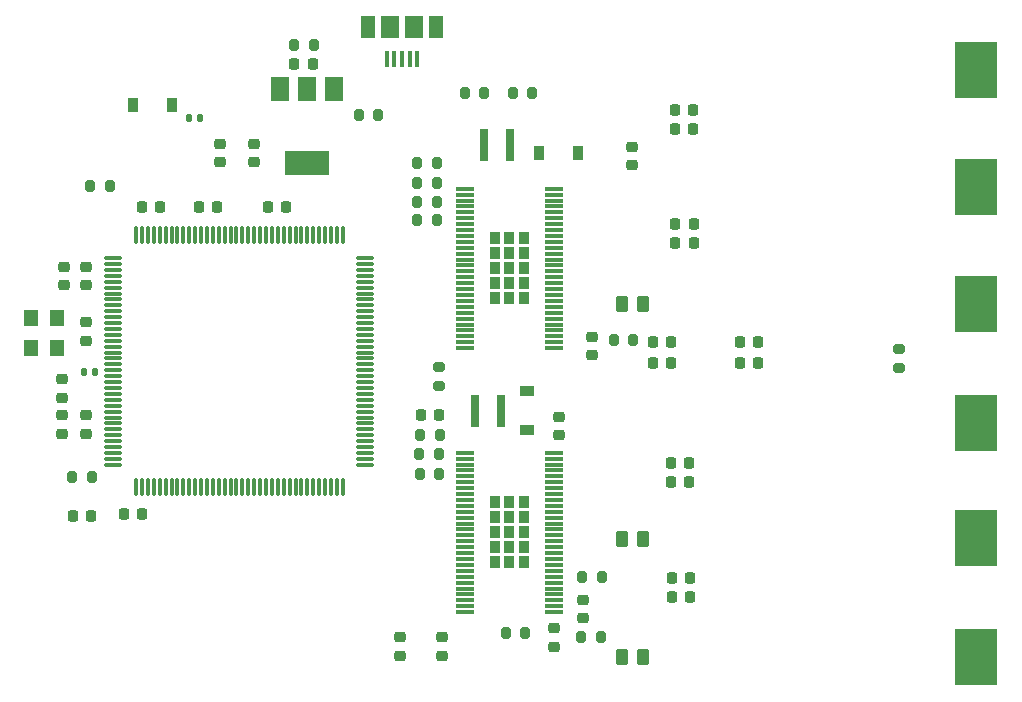
<source format=gbr>
%TF.GenerationSoftware,KiCad,Pcbnew,(6.0.10)*%
%TF.CreationDate,2023-01-28T14:49:12-05:00*%
%TF.ProjectId,electrium-esc,656c6563-7472-4697-956d-2d6573632e6b,rev?*%
%TF.SameCoordinates,Original*%
%TF.FileFunction,Paste,Top*%
%TF.FilePolarity,Positive*%
%FSLAX46Y46*%
G04 Gerber Fmt 4.6, Leading zero omitted, Abs format (unit mm)*
G04 Created by KiCad (PCBNEW (6.0.10)) date 2023-01-28 14:49:12*
%MOMM*%
%LPD*%
G01*
G04 APERTURE LIST*
G04 Aperture macros list*
%AMRoundRect*
0 Rectangle with rounded corners*
0 $1 Rounding radius*
0 $2 $3 $4 $5 $6 $7 $8 $9 X,Y pos of 4 corners*
0 Add a 4 corners polygon primitive as box body*
4,1,4,$2,$3,$4,$5,$6,$7,$8,$9,$2,$3,0*
0 Add four circle primitives for the rounded corners*
1,1,$1+$1,$2,$3*
1,1,$1+$1,$4,$5*
1,1,$1+$1,$6,$7*
1,1,$1+$1,$8,$9*
0 Add four rect primitives between the rounded corners*
20,1,$1+$1,$2,$3,$4,$5,0*
20,1,$1+$1,$4,$5,$6,$7,0*
20,1,$1+$1,$6,$7,$8,$9,0*
20,1,$1+$1,$8,$9,$2,$3,0*%
G04 Aperture macros list end*
%ADD10R,3.600000X4.800000*%
%ADD11RoundRect,0.147500X-0.147500X-0.172500X0.147500X-0.172500X0.147500X0.172500X-0.147500X0.172500X0*%
%ADD12RoundRect,0.147500X0.147500X0.172500X-0.147500X0.172500X-0.147500X-0.172500X0.147500X-0.172500X0*%
%ADD13RoundRect,0.225000X0.250000X-0.225000X0.250000X0.225000X-0.250000X0.225000X-0.250000X-0.225000X0*%
%ADD14RoundRect,0.225000X0.225000X0.250000X-0.225000X0.250000X-0.225000X-0.250000X0.225000X-0.250000X0*%
%ADD15RoundRect,0.225000X-0.225000X-0.250000X0.225000X-0.250000X0.225000X0.250000X-0.225000X0.250000X0*%
%ADD16RoundRect,0.200000X-0.200000X-0.275000X0.200000X-0.275000X0.200000X0.275000X-0.200000X0.275000X0*%
%ADD17RoundRect,0.225000X-0.250000X0.225000X-0.250000X-0.225000X0.250000X-0.225000X0.250000X0.225000X0*%
%ADD18R,1.200000X0.900000*%
%ADD19R,1.200000X1.400000*%
%ADD20RoundRect,0.200000X0.200000X0.275000X-0.200000X0.275000X-0.200000X-0.275000X0.200000X-0.275000X0*%
%ADD21RoundRect,0.250000X0.262500X0.450000X-0.262500X0.450000X-0.262500X-0.450000X0.262500X-0.450000X0*%
%ADD22RoundRect,0.200000X-0.275000X0.200000X-0.275000X-0.200000X0.275000X-0.200000X0.275000X0.200000X0*%
%ADD23R,0.900000X1.200000*%
%ADD24R,0.960000X1.030000*%
%ADD25R,1.550000X0.300000*%
%ADD26RoundRect,0.200000X0.275000X-0.200000X0.275000X0.200000X-0.275000X0.200000X-0.275000X-0.200000X0*%
%ADD27R,1.500000X2.000000*%
%ADD28R,3.800000X2.000000*%
%ADD29R,1.200000X1.900000*%
%ADD30R,1.500000X1.900000*%
%ADD31R,0.400000X1.350000*%
%ADD32RoundRect,0.075000X-0.662500X-0.075000X0.662500X-0.075000X0.662500X0.075000X-0.662500X0.075000X0*%
%ADD33RoundRect,0.075000X-0.075000X-0.662500X0.075000X-0.662500X0.075000X0.662500X-0.075000X0.662500X0*%
%ADD34R,0.800000X2.700000*%
G04 APERTURE END LIST*
D10*
%TO.C,TP1*%
X186355000Y-51562000D03*
%TD*%
%TO.C,TP3*%
X186355000Y-71374000D03*
%TD*%
D11*
%TO.C,D5*%
X110767000Y-77089000D03*
X111737000Y-77089000D03*
%TD*%
D12*
%TO.C,D6*%
X120627000Y-55626000D03*
X119657000Y-55626000D03*
%TD*%
D13*
%TO.C,C9*%
X109093000Y-69736000D03*
X109093000Y-68186000D03*
%TD*%
D14*
%TO.C,C28*%
X162407600Y-66192400D03*
X160857600Y-66192400D03*
%TD*%
D15*
%TO.C,C17*%
X126352000Y-63119000D03*
X127902000Y-63119000D03*
%TD*%
D16*
%TO.C,R25*%
X152972000Y-94488000D03*
X154622000Y-94488000D03*
%TD*%
D14*
%TO.C,C54*%
X140856000Y-80772000D03*
X139306000Y-80772000D03*
%TD*%
D17*
%TO.C,C41*%
X153797000Y-74142000D03*
X153797000Y-75692000D03*
%TD*%
D18*
%TO.C,D2*%
X148336000Y-82041000D03*
X148336000Y-78741000D03*
%TD*%
D13*
%TO.C,C2*%
X110998000Y-69736000D03*
X110998000Y-68186000D03*
%TD*%
%TO.C,C66*%
X137541000Y-101105000D03*
X137541000Y-99555000D03*
%TD*%
D19*
%TO.C,Y1*%
X106342000Y-72542400D03*
X106342000Y-75082400D03*
X108542000Y-75082400D03*
X108542000Y-72542400D03*
%TD*%
D17*
%TO.C,C23*%
X110947200Y-72885000D03*
X110947200Y-74435000D03*
%TD*%
D20*
%TO.C,R14*%
X157289000Y-74422000D03*
X155639000Y-74422000D03*
%TD*%
D16*
%TO.C,R20*%
X139256000Y-82423000D03*
X140906000Y-82423000D03*
%TD*%
D10*
%TO.C,TP4*%
X186355000Y-81407000D03*
%TD*%
D21*
%TO.C,R36*%
X158138500Y-71303000D03*
X156313500Y-71303000D03*
%TD*%
D14*
%TO.C,C79*%
X111405000Y-89281000D03*
X109855000Y-89281000D03*
%TD*%
D13*
%TO.C,C57*%
X151003000Y-82436000D03*
X151003000Y-80886000D03*
%TD*%
D16*
%TO.C,R4*%
X139002000Y-59436000D03*
X140652000Y-59436000D03*
%TD*%
D22*
%TO.C,TH2*%
X140843000Y-76645000D03*
X140843000Y-78295000D03*
%TD*%
D16*
%TO.C,R32*%
X146495000Y-99174000D03*
X148145000Y-99174000D03*
%TD*%
%TO.C,R3*%
X139002000Y-61087000D03*
X140652000Y-61087000D03*
%TD*%
D20*
%TO.C,R62*%
X111442000Y-85979000D03*
X109792000Y-85979000D03*
%TD*%
D16*
%TO.C,R1*%
X111341400Y-61366400D03*
X112991400Y-61366400D03*
%TD*%
%TO.C,R54*%
X128588000Y-49403000D03*
X130238000Y-49403000D03*
%TD*%
%TO.C,R30*%
X152909000Y-99568000D03*
X154559000Y-99568000D03*
%TD*%
D15*
%TO.C,C19*%
X115684000Y-63119000D03*
X117234000Y-63119000D03*
%TD*%
D23*
%TO.C,D1*%
X149353000Y-58547000D03*
X152653000Y-58547000D03*
%TD*%
D13*
%TO.C,C56*%
X150622000Y-100343000D03*
X150622000Y-98793000D03*
%TD*%
D17*
%TO.C,C10*%
X108966000Y-80759000D03*
X108966000Y-82309000D03*
%TD*%
D14*
%TO.C,C53*%
X162102800Y-96164400D03*
X160552800Y-96164400D03*
%TD*%
D13*
%TO.C,C7*%
X122301000Y-57772000D03*
X122301000Y-59322000D03*
%TD*%
D14*
%TO.C,C29*%
X158940200Y-74574400D03*
X160490200Y-74574400D03*
%TD*%
D17*
%TO.C,C64*%
X153035000Y-96367000D03*
X153035000Y-97917000D03*
%TD*%
D15*
%TO.C,C48*%
X166344000Y-76352400D03*
X167894000Y-76352400D03*
%TD*%
D23*
%TO.C,D3*%
X118236000Y-54483000D03*
X114936000Y-54483000D03*
%TD*%
D16*
%TO.C,R7*%
X139002000Y-64262000D03*
X140652000Y-64262000D03*
%TD*%
D14*
%TO.C,C52*%
X162102800Y-94513400D03*
X160552800Y-94513400D03*
%TD*%
D24*
%TO.C,U3*%
X145608600Y-91948000D03*
X145608600Y-89408000D03*
X148015400Y-91948000D03*
X145608600Y-93218000D03*
X148015400Y-93218000D03*
X148015400Y-90678000D03*
X148015400Y-88138000D03*
X146812000Y-88138000D03*
X146812000Y-93218000D03*
X145608600Y-88138000D03*
X146812000Y-91948000D03*
X146812000Y-89408000D03*
X145608600Y-90678000D03*
X146812000Y-90678000D03*
X148015400Y-89408000D03*
D25*
X143062000Y-83928000D03*
X143062000Y-84428000D03*
X143062000Y-84928000D03*
X143062000Y-85428000D03*
X143062000Y-85928000D03*
X143062000Y-86428000D03*
X143062000Y-86928000D03*
X143062000Y-87428000D03*
X143062000Y-87928000D03*
X143062000Y-88428000D03*
X143062000Y-88928000D03*
X143062000Y-89428000D03*
X143062000Y-89928000D03*
X143062000Y-90428000D03*
X143062000Y-90928000D03*
X143062000Y-91428000D03*
X143062000Y-91928000D03*
X143062000Y-92428000D03*
X143062000Y-92928000D03*
X143062000Y-93428000D03*
X143062000Y-93928000D03*
X143062000Y-94428000D03*
X143062000Y-94928000D03*
X143062000Y-95428000D03*
X143062000Y-95928000D03*
X143062000Y-96428000D03*
X143062000Y-96928000D03*
X143062000Y-97428000D03*
X150562000Y-97428000D03*
X150562000Y-96928000D03*
X150562000Y-96428000D03*
X150562000Y-95928000D03*
X150562000Y-95428000D03*
X150562000Y-94928000D03*
X150562000Y-94428000D03*
X150562000Y-93928000D03*
X150562000Y-93428000D03*
X150562000Y-92928000D03*
X150562000Y-92428000D03*
X150562000Y-91928000D03*
X150562000Y-91428000D03*
X150562000Y-90928000D03*
X150562000Y-90428000D03*
X150562000Y-89928000D03*
X150562000Y-89428000D03*
X150562000Y-88928000D03*
X150562000Y-88428000D03*
X150562000Y-87928000D03*
X150562000Y-87428000D03*
X150562000Y-86928000D03*
X150562000Y-86428000D03*
X150562000Y-85928000D03*
X150562000Y-85428000D03*
X150562000Y-84928000D03*
X150562000Y-84428000D03*
X150562000Y-83928000D03*
%TD*%
D21*
%TO.C,R45*%
X158138500Y-101219000D03*
X156313500Y-101219000D03*
%TD*%
D14*
%TO.C,C45*%
X162407600Y-64541400D03*
X160857600Y-64541400D03*
%TD*%
%TO.C,C50*%
X162001200Y-84759800D03*
X160451200Y-84759800D03*
%TD*%
%TO.C,C5*%
X115697000Y-89154000D03*
X114147000Y-89154000D03*
%TD*%
D10*
%TO.C,TP6*%
X186355000Y-101219000D03*
%TD*%
D13*
%TO.C,C1*%
X125222000Y-59322000D03*
X125222000Y-57772000D03*
%TD*%
D17*
%TO.C,C67*%
X141097000Y-99568004D03*
X141097000Y-101118004D03*
%TD*%
D21*
%TO.C,R44*%
X158138500Y-91257000D03*
X156313500Y-91257000D03*
%TD*%
D16*
%TO.C,R6*%
X139002000Y-62738000D03*
X140652000Y-62738000D03*
%TD*%
D10*
%TO.C,TP2*%
X186355000Y-61468000D03*
%TD*%
D15*
%TO.C,C49*%
X166344000Y-74574400D03*
X167894000Y-74574400D03*
%TD*%
D14*
%TO.C,C6*%
X130162600Y-51054000D03*
X128612600Y-51054000D03*
%TD*%
D24*
%TO.C,U2*%
X145608600Y-69596000D03*
X145608600Y-67056000D03*
X148015400Y-69596000D03*
X145608600Y-70866000D03*
X148015400Y-70866000D03*
X148015400Y-68326000D03*
X148015400Y-65786000D03*
X146812000Y-65786000D03*
X146812000Y-70866000D03*
X145608600Y-65786000D03*
X146812000Y-69596000D03*
X146812000Y-67056000D03*
X145608600Y-68326000D03*
X146812000Y-68326000D03*
X148015400Y-67056000D03*
D25*
X143062000Y-61576000D03*
X143062000Y-62076000D03*
X143062000Y-62576000D03*
X143062000Y-63076000D03*
X143062000Y-63576000D03*
X143062000Y-64076000D03*
X143062000Y-64576000D03*
X143062000Y-65076000D03*
X143062000Y-65576000D03*
X143062000Y-66076000D03*
X143062000Y-66576000D03*
X143062000Y-67076000D03*
X143062000Y-67576000D03*
X143062000Y-68076000D03*
X143062000Y-68576000D03*
X143062000Y-69076000D03*
X143062000Y-69576000D03*
X143062000Y-70076000D03*
X143062000Y-70576000D03*
X143062000Y-71076000D03*
X143062000Y-71576000D03*
X143062000Y-72076000D03*
X143062000Y-72576000D03*
X143062000Y-73076000D03*
X143062000Y-73576000D03*
X143062000Y-74076000D03*
X143062000Y-74576000D03*
X143062000Y-75076000D03*
X150562000Y-75076000D03*
X150562000Y-74576000D03*
X150562000Y-74076000D03*
X150562000Y-73576000D03*
X150562000Y-73076000D03*
X150562000Y-72576000D03*
X150562000Y-72076000D03*
X150562000Y-71576000D03*
X150562000Y-71076000D03*
X150562000Y-70576000D03*
X150562000Y-70076000D03*
X150562000Y-69576000D03*
X150562000Y-69076000D03*
X150562000Y-68576000D03*
X150562000Y-68076000D03*
X150562000Y-67576000D03*
X150562000Y-67076000D03*
X150562000Y-66576000D03*
X150562000Y-66076000D03*
X150562000Y-65576000D03*
X150562000Y-65076000D03*
X150562000Y-64576000D03*
X150562000Y-64076000D03*
X150562000Y-63576000D03*
X150562000Y-63076000D03*
X150562000Y-62576000D03*
X150562000Y-62076000D03*
X150562000Y-61576000D03*
%TD*%
D20*
%TO.C,R18*%
X140843000Y-84074000D03*
X139193000Y-84074000D03*
%TD*%
D15*
%TO.C,C18*%
X120510000Y-63119000D03*
X122060000Y-63119000D03*
%TD*%
D10*
%TO.C,TP5*%
X186355000Y-91186000D03*
%TD*%
D20*
%TO.C,R57*%
X135699000Y-55372000D03*
X134049000Y-55372000D03*
%TD*%
D17*
%TO.C,C4*%
X110998000Y-80759000D03*
X110998000Y-82309000D03*
%TD*%
D14*
%TO.C,C47*%
X162356800Y-56540400D03*
X160806800Y-56540400D03*
%TD*%
D16*
%TO.C,R53*%
X147104600Y-53492400D03*
X148754600Y-53492400D03*
%TD*%
D20*
%TO.C,R21*%
X140880600Y-85725000D03*
X139230600Y-85725000D03*
%TD*%
D17*
%TO.C,C33*%
X157175200Y-58026000D03*
X157175200Y-59576000D03*
%TD*%
D14*
%TO.C,C30*%
X158940200Y-76352400D03*
X160490200Y-76352400D03*
%TD*%
D26*
%TO.C,TH1*%
X179832000Y-76771000D03*
X179832000Y-75121000D03*
%TD*%
D17*
%TO.C,C24*%
X108966000Y-77711000D03*
X108966000Y-79261000D03*
%TD*%
D27*
%TO.C,PS1*%
X131967000Y-53111000D03*
X129667000Y-53111000D03*
X127367000Y-53111000D03*
D28*
X129667000Y-59411000D03*
%TD*%
D29*
%TO.C,J2*%
X134818800Y-47910000D03*
X140618800Y-47910000D03*
D30*
X136718800Y-47910000D03*
X138718800Y-47910000D03*
D31*
X136418800Y-50610000D03*
X137068800Y-50610000D03*
X137718800Y-50610000D03*
X138368800Y-50610000D03*
X139018800Y-50610000D03*
%TD*%
D32*
%TO.C,U1*%
X113289500Y-67450000D03*
X113289500Y-67950000D03*
X113289500Y-68450000D03*
X113289500Y-68950000D03*
X113289500Y-69450000D03*
X113289500Y-69950000D03*
X113289500Y-70450000D03*
X113289500Y-70950000D03*
X113289500Y-71450000D03*
X113289500Y-71950000D03*
X113289500Y-72450000D03*
X113289500Y-72950000D03*
X113289500Y-73450000D03*
X113289500Y-73950000D03*
X113289500Y-74450000D03*
X113289500Y-74950000D03*
X113289500Y-75450000D03*
X113289500Y-75950000D03*
X113289500Y-76450000D03*
X113289500Y-76950000D03*
X113289500Y-77450000D03*
X113289500Y-77950000D03*
X113289500Y-78450000D03*
X113289500Y-78950000D03*
X113289500Y-79450000D03*
X113289500Y-79950000D03*
X113289500Y-80450000D03*
X113289500Y-80950000D03*
X113289500Y-81450000D03*
X113289500Y-81950000D03*
X113289500Y-82450000D03*
X113289500Y-82950000D03*
X113289500Y-83450000D03*
X113289500Y-83950000D03*
X113289500Y-84450000D03*
X113289500Y-84950000D03*
D33*
X115202000Y-86862500D03*
X115702000Y-86862500D03*
X116202000Y-86862500D03*
X116702000Y-86862500D03*
X117202000Y-86862500D03*
X117702000Y-86862500D03*
X118202000Y-86862500D03*
X118702000Y-86862500D03*
X119202000Y-86862500D03*
X119702000Y-86862500D03*
X120202000Y-86862500D03*
X120702000Y-86862500D03*
X121202000Y-86862500D03*
X121702000Y-86862500D03*
X122202000Y-86862500D03*
X122702000Y-86862500D03*
X123202000Y-86862500D03*
X123702000Y-86862500D03*
X124202000Y-86862500D03*
X124702000Y-86862500D03*
X125202000Y-86862500D03*
X125702000Y-86862500D03*
X126202000Y-86862500D03*
X126702000Y-86862500D03*
X127202000Y-86862500D03*
X127702000Y-86862500D03*
X128202000Y-86862500D03*
X128702000Y-86862500D03*
X129202000Y-86862500D03*
X129702000Y-86862500D03*
X130202000Y-86862500D03*
X130702000Y-86862500D03*
X131202000Y-86862500D03*
X131702000Y-86862500D03*
X132202000Y-86862500D03*
X132702000Y-86862500D03*
D32*
X134614500Y-84950000D03*
X134614500Y-84450000D03*
X134614500Y-83950000D03*
X134614500Y-83450000D03*
X134614500Y-82950000D03*
X134614500Y-82450000D03*
X134614500Y-81950000D03*
X134614500Y-81450000D03*
X134614500Y-80950000D03*
X134614500Y-80450000D03*
X134614500Y-79950000D03*
X134614500Y-79450000D03*
X134614500Y-78950000D03*
X134614500Y-78450000D03*
X134614500Y-77950000D03*
X134614500Y-77450000D03*
X134614500Y-76950000D03*
X134614500Y-76450000D03*
X134614500Y-75950000D03*
X134614500Y-75450000D03*
X134614500Y-74950000D03*
X134614500Y-74450000D03*
X134614500Y-73950000D03*
X134614500Y-73450000D03*
X134614500Y-72950000D03*
X134614500Y-72450000D03*
X134614500Y-71950000D03*
X134614500Y-71450000D03*
X134614500Y-70950000D03*
X134614500Y-70450000D03*
X134614500Y-69950000D03*
X134614500Y-69450000D03*
X134614500Y-68950000D03*
X134614500Y-68450000D03*
X134614500Y-67950000D03*
X134614500Y-67450000D03*
D33*
X132702000Y-65537500D03*
X132202000Y-65537500D03*
X131702000Y-65537500D03*
X131202000Y-65537500D03*
X130702000Y-65537500D03*
X130202000Y-65537500D03*
X129702000Y-65537500D03*
X129202000Y-65537500D03*
X128702000Y-65537500D03*
X128202000Y-65537500D03*
X127702000Y-65537500D03*
X127202000Y-65537500D03*
X126702000Y-65537500D03*
X126202000Y-65537500D03*
X125702000Y-65537500D03*
X125202000Y-65537500D03*
X124702000Y-65537500D03*
X124202000Y-65537500D03*
X123702000Y-65537500D03*
X123202000Y-65537500D03*
X122702000Y-65537500D03*
X122202000Y-65537500D03*
X121702000Y-65537500D03*
X121202000Y-65537500D03*
X120702000Y-65537500D03*
X120202000Y-65537500D03*
X119702000Y-65537500D03*
X119202000Y-65537500D03*
X118702000Y-65537500D03*
X118202000Y-65537500D03*
X117702000Y-65537500D03*
X117202000Y-65537500D03*
X116702000Y-65537500D03*
X116202000Y-65537500D03*
X115702000Y-65537500D03*
X115202000Y-65537500D03*
%TD*%
D14*
%TO.C,C51*%
X162001200Y-86410800D03*
X160451200Y-86410800D03*
%TD*%
D34*
%TO.C,L1*%
X146896000Y-57912000D03*
X144696000Y-57912000D03*
%TD*%
%TO.C,L2*%
X146134000Y-80391000D03*
X143934000Y-80391000D03*
%TD*%
D14*
%TO.C,C46*%
X162356800Y-54889400D03*
X160806800Y-54889400D03*
%TD*%
D16*
%TO.C,R52*%
X143040600Y-53492400D03*
X144690600Y-53492400D03*
%TD*%
M02*

</source>
